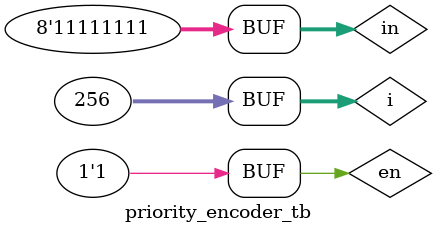
<source format=v>
module priority_encoder_beh(en,in,y);
  input [7:0]in;
  input en;
  output reg [2:0]y;
  always @(en,in)
  begin
    if(en==1)
      begin
        if(in[7]==1)
            y=3'b000;
        else if(in[6]==1)
            y=3'b001;
        else if(in[5]==1)
            y=3'b010;
        else if(in[4]==1)
            y=3'b011;
        else if(in[3]==1)
            y=3'b100;
        else if(in[2]==1)
            y=3'b101;
        else if(in[1]==1)
            y=3'b110;
        else if(in[0]==1)
            y=3'b111;
        else
          y=3'bzzz;
      end
    else
      y=3'bzzz;//If en==0 => There is a high impedance value
  end
endmodule

module priority_encoder_tb;
  reg en;
  reg [7:0]in;
  wire [2:0]y;
  integer i=0;
  priority_encoder_beh PE1(en,in,y);
  
  initial
  begin
    for(i=8'b0;i<256;i=i+1)
    begin
      en=1;
      in=i;#5;
    end
  end
endmodule
  
  



</source>
